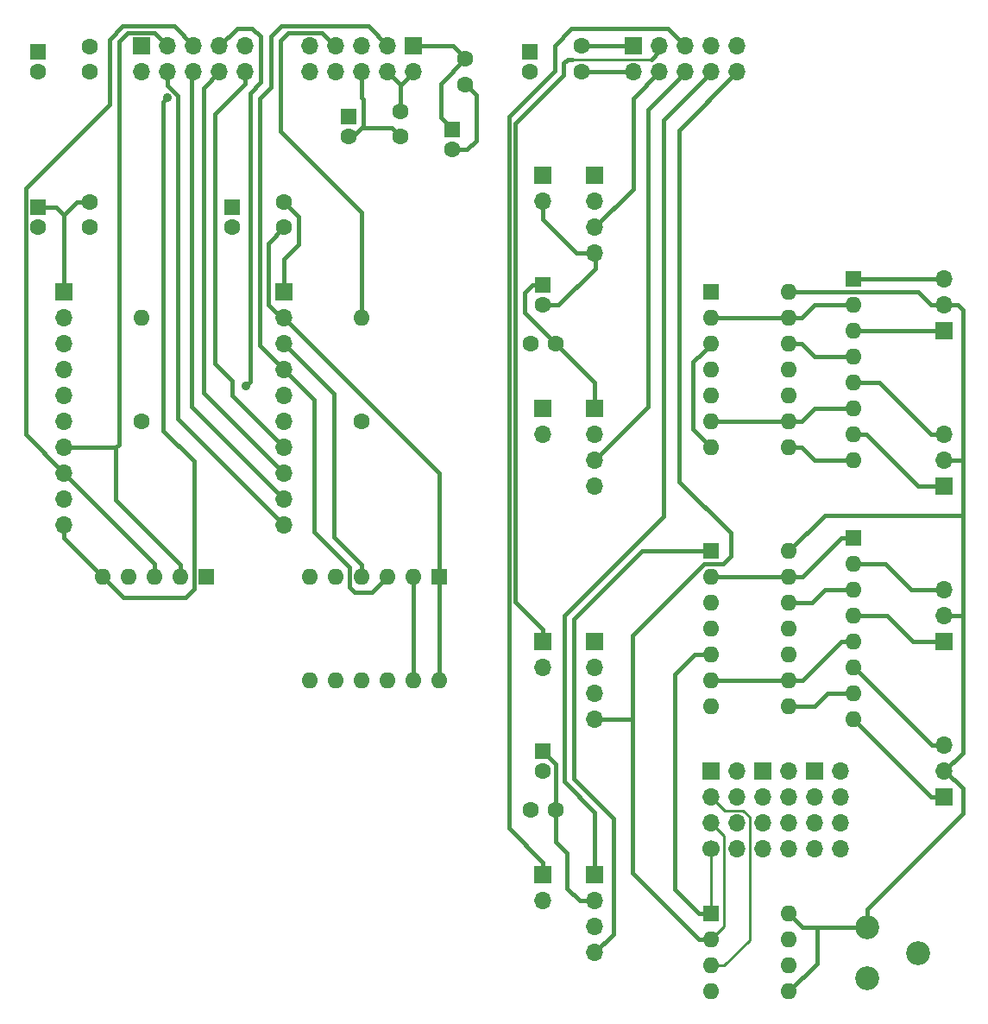
<source format=gtl>
G04 #@! TF.FileFunction,Copper,L1,Top,Signal*
%FSLAX46Y46*%
G04 Gerber Fmt 4.6, Leading zero omitted, Abs format (unit mm)*
G04 Created by KiCad (PCBNEW 4.0.7) date 11/29/17 05:36:57*
%MOMM*%
%LPD*%
G01*
G04 APERTURE LIST*
%ADD10C,0.100000*%
%ADD11R,1.700000X1.700000*%
%ADD12O,1.700000X1.700000*%
%ADD13R,1.600000X1.600000*%
%ADD14C,1.600000*%
%ADD15O,1.600000X1.600000*%
%ADD16C,2.340000*%
%ADD17C,1.700000*%
%ADD18C,0.889000*%
%ADD19C,0.381000*%
%ADD20C,0.254000*%
G04 APERTURE END LIST*
D10*
D11*
X163830000Y-53975000D03*
D12*
X163830000Y-56515000D03*
X166370000Y-53975000D03*
X166370000Y-56515000D03*
X168910000Y-53975000D03*
X168910000Y-56515000D03*
X171450000Y-53975000D03*
X171450000Y-56515000D03*
X173990000Y-53975000D03*
X173990000Y-56515000D03*
D13*
X135890000Y-60865000D03*
D14*
X135890000Y-62865000D03*
D13*
X146050000Y-62135000D03*
D14*
X146050000Y-64135000D03*
X140970000Y-62865000D03*
X140970000Y-60365000D03*
X147320000Y-57745000D03*
X147320000Y-55245000D03*
D13*
X105410000Y-54515000D03*
D14*
X105410000Y-56515000D03*
X110490000Y-56515000D03*
X110490000Y-54015000D03*
D13*
X124460000Y-69755000D03*
D14*
X124460000Y-71755000D03*
X129540000Y-71755000D03*
X129540000Y-69255000D03*
D13*
X154940000Y-123095000D03*
D14*
X154940000Y-125095000D03*
X153710000Y-128905000D03*
X156210000Y-128905000D03*
D13*
X154940000Y-77375000D03*
D14*
X154940000Y-79375000D03*
X153710000Y-83185000D03*
X156210000Y-83185000D03*
D13*
X153670000Y-54515000D03*
D14*
X153670000Y-56515000D03*
X158750000Y-56475000D03*
X158750000Y-53975000D03*
D13*
X105410000Y-69755000D03*
D14*
X105410000Y-71755000D03*
X110490000Y-71755000D03*
X110490000Y-69255000D03*
D11*
X142240000Y-53975000D03*
D12*
X142240000Y-56515000D03*
X139700000Y-53975000D03*
X139700000Y-56515000D03*
X137160000Y-53975000D03*
X137160000Y-56515000D03*
X134620000Y-53975000D03*
X134620000Y-56515000D03*
X132080000Y-53975000D03*
X132080000Y-56515000D03*
D11*
X154940000Y-66675000D03*
D12*
X154940000Y-69215000D03*
D11*
X154940000Y-89535000D03*
D12*
X154940000Y-92075000D03*
D11*
X154940000Y-135255000D03*
D12*
X154940000Y-137795000D03*
D11*
X154940000Y-112395000D03*
D12*
X154940000Y-114935000D03*
D14*
X115570000Y-90805000D03*
D15*
X115570000Y-80645000D03*
D14*
X137160000Y-90805000D03*
D15*
X137160000Y-80645000D03*
D13*
X121920000Y-106045000D03*
D15*
X119380000Y-106045000D03*
X116840000Y-106045000D03*
X114300000Y-106045000D03*
X111760000Y-106045000D03*
D16*
X186770000Y-145415000D03*
X191770000Y-142915000D03*
X186770000Y-140415000D03*
D11*
X160020000Y-66675000D03*
D12*
X160020000Y-69215000D03*
X160020000Y-71755000D03*
X160020000Y-74295000D03*
D11*
X160020000Y-89535000D03*
D12*
X160020000Y-92075000D03*
X160020000Y-94615000D03*
X160020000Y-97155000D03*
D11*
X160020000Y-135255000D03*
D12*
X160020000Y-137795000D03*
X160020000Y-140335000D03*
X160020000Y-142875000D03*
D11*
X160020000Y-112395000D03*
D12*
X160020000Y-114935000D03*
X160020000Y-117475000D03*
X160020000Y-120015000D03*
D13*
X171450000Y-78105000D03*
D15*
X179070000Y-93345000D03*
X171450000Y-80645000D03*
X179070000Y-90805000D03*
X171450000Y-83185000D03*
X179070000Y-88265000D03*
X171450000Y-85725000D03*
X179070000Y-85725000D03*
X171450000Y-88265000D03*
X179070000Y-83185000D03*
X171450000Y-90805000D03*
X179070000Y-80645000D03*
X171450000Y-93345000D03*
X179070000Y-78105000D03*
D13*
X171450000Y-103505000D03*
D15*
X179070000Y-118745000D03*
X171450000Y-106045000D03*
X179070000Y-116205000D03*
X171450000Y-108585000D03*
X179070000Y-113665000D03*
X171450000Y-111125000D03*
X179070000Y-111125000D03*
X171450000Y-113665000D03*
X179070000Y-108585000D03*
X171450000Y-116205000D03*
X179070000Y-106045000D03*
X171450000Y-118745000D03*
X179070000Y-103505000D03*
D11*
X194310000Y-97155000D03*
D12*
X194310000Y-94615000D03*
X194310000Y-92075000D03*
D11*
X194310000Y-112395000D03*
D12*
X194310000Y-109855000D03*
X194310000Y-107315000D03*
D11*
X194310000Y-127635000D03*
D12*
X194310000Y-125095000D03*
X194310000Y-122555000D03*
D13*
X171450000Y-139065000D03*
D15*
X179070000Y-146685000D03*
X171450000Y-141605000D03*
X179070000Y-144145000D03*
X171450000Y-144145000D03*
X179070000Y-141605000D03*
X171450000Y-146685000D03*
X179070000Y-139065000D03*
D11*
X107950000Y-78105000D03*
D12*
X107950000Y-80645000D03*
X107950000Y-83185000D03*
X107950000Y-85725000D03*
X107950000Y-88265000D03*
X107950000Y-90805000D03*
X107950000Y-93345000D03*
X107950000Y-95885000D03*
X107950000Y-98425000D03*
X107950000Y-100965000D03*
D11*
X129540000Y-78105000D03*
D12*
X129540000Y-80645000D03*
X129540000Y-83185000D03*
X129540000Y-85725000D03*
X129540000Y-88265000D03*
X129540000Y-90805000D03*
X129540000Y-93345000D03*
X129540000Y-95885000D03*
X129540000Y-98425000D03*
X129540000Y-100965000D03*
D13*
X144780000Y-106045000D03*
D15*
X132080000Y-116205000D03*
X142240000Y-106045000D03*
X134620000Y-116205000D03*
X139700000Y-106045000D03*
X137160000Y-116205000D03*
X137160000Y-106045000D03*
X139700000Y-116205000D03*
X134620000Y-106045000D03*
X142240000Y-116205000D03*
X132080000Y-106045000D03*
X144780000Y-116205000D03*
D11*
X115570000Y-53975000D03*
D12*
X115570000Y-56515000D03*
X118110000Y-53975000D03*
X118110000Y-56515000D03*
X120650000Y-53975000D03*
X120650000Y-56515000D03*
X123190000Y-53975000D03*
X123190000Y-56515000D03*
X125730000Y-53975000D03*
X125730000Y-56515000D03*
D13*
X185420000Y-76835000D03*
D15*
X185420000Y-79375000D03*
X185420000Y-81915000D03*
X185420000Y-84455000D03*
X185420000Y-86995000D03*
X185420000Y-89535000D03*
X185420000Y-92075000D03*
X185420000Y-94615000D03*
D13*
X185420000Y-102235000D03*
D15*
X185420000Y-104775000D03*
X185420000Y-107315000D03*
X185420000Y-109855000D03*
X185420000Y-112395000D03*
X185420000Y-114935000D03*
X185420000Y-117475000D03*
X185420000Y-120015000D03*
D11*
X171450000Y-125095000D03*
D12*
X173990000Y-125095000D03*
X171450000Y-127635000D03*
X173990000Y-127635000D03*
X171450000Y-130175000D03*
X173990000Y-130175000D03*
D17*
X171450000Y-132715000D03*
D12*
X173990000Y-132715000D03*
D11*
X176530000Y-125095000D03*
D12*
X179070000Y-125095000D03*
X176530000Y-127635000D03*
X179070000Y-127635000D03*
X176530000Y-130175000D03*
X179070000Y-130175000D03*
X176530000Y-132715000D03*
X179070000Y-132715000D03*
D11*
X181610000Y-125095000D03*
D12*
X184150000Y-125095000D03*
X181610000Y-127635000D03*
X184150000Y-127635000D03*
X181610000Y-130175000D03*
X184150000Y-130175000D03*
X181610000Y-132715000D03*
X184150000Y-132715000D03*
D11*
X194310000Y-81915000D03*
D12*
X194310000Y-79375000D03*
X194310000Y-76835000D03*
D18*
X125791577Y-87332344D03*
X118093500Y-59059700D03*
D19*
X160020000Y-74295000D02*
X158240770Y-74295000D01*
X158240770Y-74295000D02*
X154935135Y-70989365D01*
X154935135Y-70989365D02*
X154935135Y-69219865D01*
X154935135Y-69219865D02*
X154940000Y-69215000D01*
X171450000Y-93345000D02*
X169669848Y-91564848D01*
X169669848Y-91564848D02*
X169669848Y-84965152D01*
X169669848Y-84965152D02*
X170650001Y-83984999D01*
X170650001Y-83984999D02*
X171450000Y-83185000D01*
X153710000Y-83185000D02*
X153709436Y-83185564D01*
X171450000Y-108585000D02*
X171450519Y-108585000D01*
X153708764Y-128906236D02*
X153710000Y-128905000D01*
X137134800Y-62012500D02*
X137298335Y-61848965D01*
X137298335Y-61848965D02*
X137298335Y-59218135D01*
X137298335Y-59218135D02*
X137139493Y-59059293D01*
X137139493Y-59059293D02*
X137139493Y-56502504D01*
X137134800Y-62012500D02*
X137183211Y-61964089D01*
X137183211Y-61964089D02*
X140069089Y-61964089D01*
X140069089Y-61964089D02*
X140970000Y-62865000D01*
X154940000Y-79375000D02*
X154940677Y-79374323D01*
X154940677Y-79374323D02*
X156448414Y-79374323D01*
X160035053Y-75787684D02*
X160035053Y-74334951D01*
X156448414Y-79374323D02*
X160035053Y-75787684D01*
X136282300Y-62865000D02*
X137134800Y-62012500D01*
X135890000Y-62865000D02*
X136282300Y-62865000D01*
X163830000Y-56515000D02*
X162535200Y-56515000D01*
X158750000Y-56515000D02*
X162535200Y-56515000D01*
X158750000Y-56475000D02*
X158750000Y-56515000D01*
X156210000Y-83185000D02*
X153146800Y-80121800D01*
X153146800Y-80121800D02*
X153146800Y-78141257D01*
X153146800Y-78141257D02*
X153913057Y-77375000D01*
X153913057Y-77375000D02*
X154940000Y-77375000D01*
X181820585Y-140415623D02*
X180420623Y-140415623D01*
X180420623Y-140415623D02*
X179070000Y-139065000D01*
X179070000Y-146685000D02*
X181816042Y-143938958D01*
X181816042Y-143938958D02*
X181816042Y-140415000D01*
X181816042Y-140415000D02*
X186770000Y-140415000D01*
X194310000Y-125095000D02*
X194399081Y-125095000D01*
X194399081Y-125095000D02*
X196100204Y-126796123D01*
X196100204Y-126796123D02*
X196100204Y-129231331D01*
X196100204Y-129231331D02*
X186746784Y-138584751D01*
X186746784Y-138584751D02*
X186746784Y-140359129D01*
X179070000Y-103505000D02*
X182550330Y-100024670D01*
X182550330Y-100024670D02*
X196069952Y-100024670D01*
X196104364Y-100327033D02*
X196101397Y-100330000D01*
X196069952Y-100024670D02*
X196104364Y-99990258D01*
X196104364Y-99990258D02*
X196104364Y-100327033D01*
X196101397Y-103505734D02*
X196101397Y-100330000D01*
X196101397Y-100330000D02*
X196101397Y-94618501D01*
X160020000Y-89535000D02*
X160020000Y-86995000D01*
X160020000Y-86995000D02*
X156210000Y-83185000D01*
X196101397Y-94618501D02*
X196101397Y-81166397D01*
X196101397Y-81166397D02*
X196100663Y-81165663D01*
X196100663Y-81165663D02*
X196100663Y-79866518D01*
X196100663Y-79866518D02*
X195609145Y-79375000D01*
X195609145Y-79375000D02*
X194310000Y-79375000D01*
X196101397Y-94618501D02*
X196097896Y-94615000D01*
X196100663Y-103503644D02*
X196099307Y-103505000D01*
X196099307Y-103503644D02*
X196099307Y-103505000D01*
X196099307Y-103505000D02*
X196099307Y-109846365D01*
X196099307Y-109846365D02*
X196097558Y-109848114D01*
X196099307Y-103503644D02*
X196100663Y-103505000D01*
X196101397Y-103505734D02*
X196100663Y-103505000D01*
X196098400Y-109858271D02*
X196091694Y-109851565D01*
X196091694Y-109851565D02*
X194322052Y-109851565D01*
X194322052Y-109851565D02*
X194317759Y-109847272D01*
X194310000Y-94615000D02*
X196097896Y-94615000D01*
X196097896Y-94615000D02*
X196098857Y-94615961D01*
X196097908Y-109846389D02*
X196097025Y-109847272D01*
X196097025Y-109847272D02*
X196097025Y-123307975D01*
X196097025Y-123307975D02*
X194310000Y-125095000D01*
X196097558Y-109848114D02*
X196092900Y-109852772D01*
X160020000Y-137795000D02*
X158528782Y-137795000D01*
X158528782Y-137795000D02*
X157283628Y-136549846D01*
X157283628Y-136549846D02*
X157283628Y-133083040D01*
X157283628Y-133083040D02*
X156210000Y-132009412D01*
X156210000Y-132009412D02*
X156210000Y-128905000D01*
X140970000Y-57832648D02*
X140970000Y-57785000D01*
X140970000Y-57785000D02*
X139700000Y-56515000D01*
X140970000Y-60365000D02*
X140970000Y-57832648D01*
X140970000Y-57832648D02*
X142286456Y-56516192D01*
X194310000Y-79375000D02*
X193015200Y-79375000D01*
X163830000Y-53975000D02*
X158750000Y-53975000D01*
X156210000Y-124365000D02*
X154940000Y-123095000D01*
X156210000Y-128905000D02*
X156210000Y-124365000D01*
X191745200Y-78105000D02*
X179070000Y-78105000D01*
X193015200Y-79375000D02*
X191745200Y-78105000D01*
X120650000Y-53975000D02*
X118717000Y-52042000D01*
X118717000Y-52042000D02*
X113708444Y-52042000D01*
X113708444Y-52042000D02*
X112398365Y-53352079D01*
X112398365Y-53352079D02*
X112398365Y-59674535D01*
X104150500Y-67922400D02*
X104150500Y-92085500D01*
X112398365Y-59674535D02*
X104150500Y-67922400D01*
X104150500Y-92085500D02*
X107950000Y-95885000D01*
X107950000Y-95885000D02*
X116840000Y-104775000D01*
X116840000Y-104775000D02*
X116840000Y-106045000D01*
X123190000Y-53975000D02*
X124933494Y-52231506D01*
X124933494Y-52231506D02*
X126406255Y-52231506D01*
X126406255Y-52231506D02*
X127226734Y-53051985D01*
X127226734Y-53051985D02*
X127226734Y-57543566D01*
X127226734Y-57543566D02*
X126205635Y-58564665D01*
X126205635Y-58564665D02*
X126205635Y-86857404D01*
X126205635Y-86857404D02*
X126236076Y-86887845D01*
X126236076Y-86887845D02*
X125791577Y-87332344D01*
X111760000Y-106045000D02*
X113781830Y-108066830D01*
X113781830Y-108066830D02*
X119847482Y-108066830D01*
X119847482Y-108066830D02*
X120675100Y-107239212D01*
X120675100Y-107239212D02*
X120675100Y-94692922D01*
X120675100Y-94692922D02*
X117686540Y-91704362D01*
X117686540Y-91704362D02*
X117686540Y-59466660D01*
X117686540Y-59466660D02*
X118093500Y-59059700D01*
X111760000Y-106045000D02*
X107950000Y-102235000D01*
X107950000Y-102235000D02*
X107950000Y-100965000D01*
X154940000Y-135255000D02*
X154940000Y-134024000D01*
X154940000Y-134024000D02*
X151578713Y-130662713D01*
X151578713Y-130662713D02*
X151578713Y-60910093D01*
X151578713Y-60910093D02*
X156060358Y-56428448D01*
X156060358Y-56428448D02*
X156060358Y-53924739D01*
X156060358Y-53924739D02*
X157721606Y-52263491D01*
X157721606Y-52263491D02*
X167198491Y-52263491D01*
X167198491Y-52263491D02*
X168060001Y-53125001D01*
X168060001Y-53125001D02*
X168910000Y-53975000D01*
X168910000Y-56515000D02*
X168910000Y-56534586D01*
X168910000Y-56534586D02*
X165262508Y-60182078D01*
X165262508Y-60182078D02*
X165262508Y-89372492D01*
X165262508Y-89372492D02*
X160020000Y-94615000D01*
X160020000Y-135255000D02*
X160020000Y-129117062D01*
X160020000Y-129117062D02*
X157015410Y-126112472D01*
X157015410Y-126112472D02*
X157015410Y-109832390D01*
X157015410Y-109832390D02*
X166766354Y-100081446D01*
X166766354Y-100081446D02*
X166766354Y-61225603D01*
X166766354Y-61225603D02*
X171450000Y-56541957D01*
X171450000Y-56541957D02*
X171450000Y-56515000D01*
X163685900Y-120015000D02*
X163685900Y-111798331D01*
X163685900Y-111798331D02*
X170702798Y-104781433D01*
X170702798Y-104781433D02*
X172573669Y-104781433D01*
X172573669Y-104781433D02*
X173327217Y-104027885D01*
X173327217Y-104027885D02*
X173327217Y-101736321D01*
X173327217Y-101736321D02*
X168270199Y-96679303D01*
X168270199Y-96679303D02*
X168270199Y-62234801D01*
X168270199Y-62234801D02*
X173990000Y-56515000D01*
X171450000Y-141605000D02*
X170232218Y-141605000D01*
X170232218Y-141605000D02*
X163686506Y-135059288D01*
X163686506Y-135059288D02*
X163686506Y-120015606D01*
X163686506Y-120015606D02*
X163685900Y-120015000D01*
D20*
X171450000Y-141605000D02*
X172720000Y-140335000D01*
X172720000Y-140335000D02*
X172720000Y-131445000D01*
X172720000Y-131445000D02*
X172299999Y-131024999D01*
X172299999Y-131024999D02*
X171450000Y-130175000D01*
D19*
X160020000Y-120015000D02*
X161314800Y-120015000D01*
X161314800Y-120015000D02*
X163685900Y-120015000D01*
X129540000Y-93345000D02*
X124419547Y-88224547D01*
X124419547Y-88224547D02*
X124419547Y-86801508D01*
X124419547Y-86801508D02*
X122766500Y-85148461D01*
X122766500Y-85148461D02*
X122766500Y-60680581D01*
X122766500Y-60680581D02*
X125730000Y-57717081D01*
X125730000Y-57717081D02*
X125730000Y-56515000D01*
X123190000Y-56515000D02*
X121600692Y-58104308D01*
X121600692Y-58104308D02*
X121600692Y-87945692D01*
X121600692Y-87945692D02*
X129540000Y-95885000D01*
X129540000Y-98425000D02*
X120434884Y-89319884D01*
X120434884Y-89319884D02*
X120434884Y-56730116D01*
X120434884Y-56730116D02*
X120650000Y-56515000D01*
X118110000Y-53975000D02*
X116815100Y-52680100D01*
X116815100Y-52680100D02*
X114141209Y-52680100D01*
X114141209Y-52680100D02*
X113309532Y-53511777D01*
X113309532Y-53511777D02*
X113309532Y-93065468D01*
X113309532Y-93065468D02*
X113030000Y-93345000D01*
X119380000Y-106045000D02*
X119380000Y-104800200D01*
X107950000Y-93345000D02*
X109244800Y-93345000D01*
X113030000Y-93345000D02*
X109244800Y-93345000D01*
X113030000Y-98450200D02*
X119380000Y-104800200D01*
X113030000Y-93345000D02*
X113030000Y-98450200D01*
X129540000Y-100965000D02*
X119118743Y-90543743D01*
X119118743Y-90543743D02*
X119118743Y-58818543D01*
X119118743Y-58818543D02*
X118110000Y-57809800D01*
X118110000Y-57809800D02*
X118110000Y-56515000D01*
X154940000Y-112395000D02*
X154940000Y-111164000D01*
X154940000Y-111164000D02*
X152213724Y-108437724D01*
X152213724Y-108437724D02*
X152213724Y-61530868D01*
X152213724Y-61530868D02*
X156950750Y-56793842D01*
X156950750Y-56793842D02*
X156950750Y-55683248D01*
X156950750Y-55683248D02*
X157352433Y-55281565D01*
X157352433Y-55281565D02*
X157776450Y-55281565D01*
D20*
X157780640Y-55283999D02*
X165535339Y-55283999D01*
X165535339Y-55283999D02*
X165535888Y-55283450D01*
D19*
X165537257Y-55301245D02*
X166370000Y-54468502D01*
X166370000Y-54468502D02*
X166370000Y-53975000D01*
X160020000Y-71755000D02*
X163758663Y-68016337D01*
X163758663Y-68016337D02*
X163758663Y-59138554D01*
X163758663Y-59138554D02*
X166370000Y-56527217D01*
X166370000Y-56527217D02*
X166370000Y-56515000D01*
X129540000Y-78105000D02*
X129540000Y-74861060D01*
X129540000Y-74861060D02*
X130985448Y-73415612D01*
X130985448Y-73415612D02*
X130985448Y-70700448D01*
X130985448Y-70700448D02*
X129540000Y-69255000D01*
X147320000Y-55245000D02*
X144896697Y-57668303D01*
X144896697Y-57668303D02*
X144896697Y-60957406D01*
X144896697Y-60957406D02*
X146068289Y-62128998D01*
X146050000Y-62135000D02*
X146050000Y-62134619D01*
X147350036Y-55221134D02*
X147329475Y-55221134D01*
X147329475Y-55221134D02*
X146083341Y-53975000D01*
X146083341Y-53975000D02*
X142264800Y-53975000D01*
X142240000Y-116205000D02*
X142240000Y-106045000D01*
X105410000Y-69755000D02*
X106654800Y-69755000D01*
X109205000Y-69255000D02*
X107950000Y-70510000D01*
X110490000Y-69255000D02*
X109205000Y-69255000D01*
X107950000Y-78105000D02*
X107950000Y-70510000D01*
X107195000Y-69755000D02*
X106654800Y-69755000D01*
X107950000Y-70510000D02*
X107195000Y-69755000D01*
X129540000Y-80645000D02*
X129284443Y-80645000D01*
X129284443Y-80645000D02*
X127989568Y-79350125D01*
X127989568Y-79350125D02*
X127989568Y-73305432D01*
X127989568Y-73305432D02*
X129540000Y-71755000D01*
X147331443Y-57723212D02*
X148371704Y-58763473D01*
X148371704Y-58763473D02*
X148371704Y-63249618D01*
X148371704Y-63249618D02*
X147486824Y-64134498D01*
X147486824Y-64134498D02*
X146050502Y-64134498D01*
X146050502Y-64134498D02*
X146050000Y-64135000D01*
X144780000Y-116205000D02*
X144780000Y-106045000D01*
X144780000Y-95885000D02*
X129540000Y-80645000D01*
X144780000Y-106045000D02*
X144780000Y-95885000D01*
X129540000Y-85725000D02*
X127138281Y-83323281D01*
X127138281Y-83323281D02*
X127138281Y-59092453D01*
X127138281Y-59092453D02*
X128231000Y-57999734D01*
X128231000Y-57999734D02*
X128231000Y-53032434D01*
X128231000Y-53032434D02*
X129263434Y-52000000D01*
X129263434Y-52000000D02*
X137767124Y-52000000D01*
X137767124Y-52000000D02*
X139684695Y-53917571D01*
X139700000Y-106045000D02*
X138174774Y-107570226D01*
X138174774Y-107570226D02*
X136443245Y-107570226D01*
X136443245Y-107570226D02*
X135915499Y-107042480D01*
X135915499Y-107042480D02*
X135915499Y-106568999D01*
X135915499Y-106568999D02*
X135915100Y-106568600D01*
X135915100Y-106568600D02*
X135915100Y-105112000D01*
X135915100Y-105112000D02*
X132444763Y-101641663D01*
X132444763Y-101641663D02*
X132444763Y-88629763D01*
X132444763Y-88629763D02*
X129540000Y-85725000D01*
X137160000Y-106045000D02*
X137160000Y-104800200D01*
X137160000Y-104800200D02*
X134454865Y-102095065D01*
X134454865Y-102095065D02*
X134454865Y-88099865D01*
X134454865Y-88099865D02*
X129540000Y-83185000D01*
X137160000Y-80645000D02*
X137160000Y-70268700D01*
X129955305Y-52679200D02*
X133260651Y-52679200D01*
X137160000Y-70268700D02*
X129187597Y-62296297D01*
X129187597Y-62296297D02*
X129187597Y-53446908D01*
X133260651Y-52679200D02*
X134600042Y-54018591D01*
X129187597Y-53446908D02*
X129955305Y-52679200D01*
D20*
X175221001Y-141643999D02*
X172720000Y-144145000D01*
X172720000Y-144145000D02*
X171450000Y-144145000D01*
X171450000Y-127635000D02*
X172758999Y-128943999D01*
X172758999Y-128943999D02*
X174580881Y-128943999D01*
X174580881Y-128943999D02*
X175221001Y-129584119D01*
X175221001Y-129584119D02*
X175221001Y-141643999D01*
D19*
X160020000Y-142875000D02*
X161826131Y-141068869D01*
X161826131Y-141068869D02*
X161826131Y-129693772D01*
X161826131Y-129693772D02*
X157967853Y-125835494D01*
X157967853Y-125835494D02*
X157967853Y-110153598D01*
X157967853Y-110153598D02*
X164616451Y-103505000D01*
X164616451Y-103505000D02*
X171450000Y-103505000D01*
X171450000Y-139065000D02*
X170202568Y-139065000D01*
X170202568Y-139065000D02*
X167844613Y-136707045D01*
X167844613Y-136707045D02*
X167844613Y-115607260D01*
X167844613Y-115607260D02*
X169786873Y-113665000D01*
X169786873Y-113665000D02*
X171450000Y-113665000D01*
D20*
X171450000Y-139065000D02*
X171450000Y-132715000D01*
D19*
X194310000Y-76835000D02*
X185420000Y-76835000D01*
X179070000Y-80645000D02*
X171450000Y-80645000D01*
X181584800Y-79375000D02*
X180314800Y-80645000D01*
X185420000Y-79375000D02*
X181584800Y-79375000D01*
X179070000Y-80645000D02*
X180314800Y-80645000D01*
X194310000Y-81915000D02*
X185420000Y-81915000D01*
X181584800Y-84455000D02*
X180314800Y-83185000D01*
X185420000Y-84455000D02*
X181584800Y-84455000D01*
X179070000Y-83185000D02*
X180314800Y-83185000D01*
X187935200Y-86995000D02*
X193015200Y-92075000D01*
X185420000Y-86995000D02*
X187935200Y-86995000D01*
X194310000Y-92075000D02*
X193015200Y-92075000D01*
X181584800Y-89535000D02*
X180314800Y-90805000D01*
X185420000Y-89535000D02*
X181584800Y-89535000D01*
X179070000Y-90805000D02*
X180314800Y-90805000D01*
X171450000Y-90805000D02*
X179070000Y-90805000D01*
X191744800Y-97155000D02*
X194310000Y-97155000D01*
X186664800Y-92075000D02*
X191744800Y-97155000D01*
X185420000Y-92075000D02*
X186664800Y-92075000D01*
X181584800Y-94615000D02*
X180314800Y-93345000D01*
X185420000Y-94615000D02*
X181584800Y-94615000D01*
X179070000Y-93345000D02*
X180314800Y-93345000D01*
X185420000Y-102235000D02*
X184175200Y-102235000D01*
X180365200Y-106045000D02*
X179070000Y-106045000D01*
X184175200Y-102235000D02*
X180365200Y-106045000D01*
X179070000Y-106045000D02*
X171450000Y-106045000D01*
X185420000Y-104775000D02*
X188542622Y-104775000D01*
X188542622Y-104775000D02*
X191082622Y-107315000D01*
X191082622Y-107315000D02*
X194310000Y-107315000D01*
X185420000Y-107315000D02*
X182550098Y-107315000D01*
X182550098Y-107315000D02*
X181280098Y-108585000D01*
X181280098Y-108585000D02*
X179070000Y-108585000D01*
X185420000Y-109855000D02*
X188653269Y-109855000D01*
X188653269Y-109855000D02*
X191193269Y-112395000D01*
X191193269Y-112395000D02*
X194310000Y-112395000D01*
X180365200Y-116205000D02*
X179070000Y-116205000D01*
X184175200Y-112395000D02*
X180365200Y-116205000D01*
X185420000Y-112395000D02*
X184175200Y-112395000D01*
X171450000Y-116205000D02*
X179070000Y-116205000D01*
X185438826Y-114935000D02*
X193058826Y-122555000D01*
X193058826Y-122555000D02*
X194310000Y-122555000D01*
X185420000Y-117475000D02*
X182816821Y-117475000D01*
X182816821Y-117475000D02*
X181546821Y-118745000D01*
X181546821Y-118745000D02*
X179070000Y-118745000D01*
X194310000Y-127635000D02*
X193046389Y-127635000D01*
X193046389Y-127635000D02*
X185426389Y-120015000D01*
M02*

</source>
